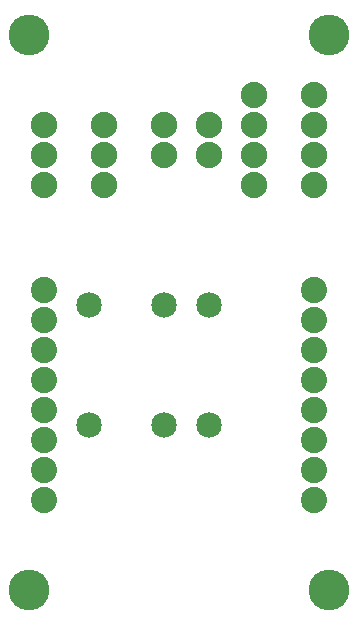
<source format=gbs>
G04 MADE WITH FRITZING*
G04 WWW.FRITZING.ORG*
G04 DOUBLE SIDED*
G04 HOLES PLATED*
G04 CONTOUR ON CENTER OF CONTOUR VECTOR*
%ASAXBY*%
%FSLAX23Y23*%
%MOIN*%
%OFA0B0*%
%SFA1.0B1.0*%
%ADD10C,0.087778*%
%ADD11C,0.088000*%
%ADD12C,0.085000*%
%ADD13C,0.135984*%
%LNMASK0*%
G90*
G70*
G54D10*
X132Y1085D03*
X132Y985D03*
X132Y885D03*
X132Y785D03*
X132Y685D03*
X132Y585D03*
X132Y485D03*
X132Y385D03*
X1032Y385D03*
X1032Y485D03*
X1032Y585D03*
X1032Y685D03*
X1032Y785D03*
X1032Y885D03*
X1032Y985D03*
X1032Y1085D03*
G54D11*
X682Y1635D03*
X682Y1535D03*
X532Y1635D03*
X532Y1535D03*
X832Y1735D03*
X832Y1635D03*
X832Y1535D03*
X832Y1435D03*
X332Y1635D03*
X332Y1535D03*
X332Y1435D03*
X132Y1635D03*
X132Y1535D03*
X132Y1435D03*
G54D12*
X282Y1035D03*
X282Y635D03*
X532Y1035D03*
X532Y635D03*
X682Y1035D03*
X682Y635D03*
G54D13*
X1082Y1935D03*
X82Y1935D03*
X1082Y85D03*
X82Y85D03*
G54D11*
X1032Y1735D03*
X1032Y1635D03*
X1032Y1535D03*
X1032Y1435D03*
G04 End of Mask0*
M02*
</source>
